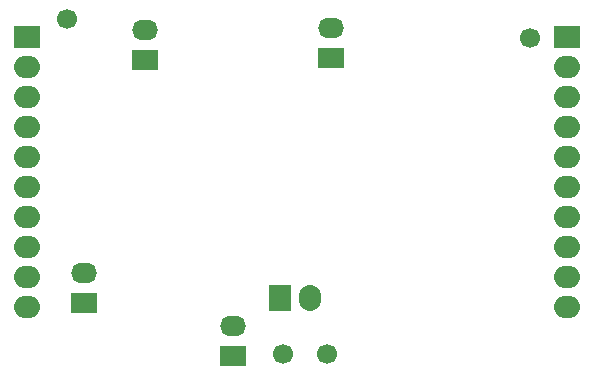
<source format=gbr>
G04 DipTrace 3.3.0.1*
G04 BottomMask.gbr*
%MOMM*%
G04 #@! TF.FileFunction,Soldermask,Bot*
G04 #@! TF.Part,Single*
%ADD38C,1.7*%
%ADD40O,1.9X2.2*%
%ADD42R,1.9X2.2*%
%ADD44O,2.2X1.9*%
%ADD46R,2.2X1.9*%
%ADD48R,2.2X1.7*%
%ADD50O,2.2X1.7*%
%FSLAX35Y35*%
G04*
G71*
G90*
G75*
G01*
G04 BotMask*
%LPD*%
D50*
X3310000Y1480000D3*
D48*
Y1226000D3*
D50*
X2570000Y3990000D3*
D48*
Y3736000D3*
D50*
X4140000Y4000000D3*
D48*
Y3746000D3*
D50*
X2050000Y1930000D3*
D48*
Y1676000D3*
D46*
X1570000Y3923000D3*
D44*
Y3669000D3*
Y3415000D3*
Y3161000D3*
Y2907000D3*
Y2653000D3*
Y2399000D3*
Y2145000D3*
Y1891000D3*
Y1637000D3*
D46*
X6140000Y3923000D3*
D44*
Y3669000D3*
Y3415000D3*
Y3161000D3*
Y2907000D3*
Y2653000D3*
Y2399000D3*
Y2145000D3*
Y1891000D3*
Y1637000D3*
D42*
X3710000Y1720000D3*
D40*
X3964000D3*
D38*
X1910000Y4080000D3*
X5830000Y3920000D3*
X4110000Y1240000D3*
X3740000D3*
M02*

</source>
